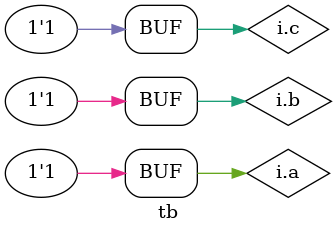
<source format=sv>
module fulladder(full i);
  assign {i.ca,i.s} = i.a+i.b+i.c;
endmodule

interface full;
  logic a,b,c,s,ca;
endinterface

module tb;
  full i();
  fulladder dut(i);
  initial begin
    $monitor("a=%b b=%b c=%b,sum=%b,carry=%b",i.a,i.b,i.c,i.s,i.ca);
    i.a = 1; i.b = 0; i.c = 0;
    #1;
    i.a = 1; i.b = 0; i.c = 1;
    #1;
    i.a = 1; i.b = 1; i.c = 1;
  end
endmodule

</source>
